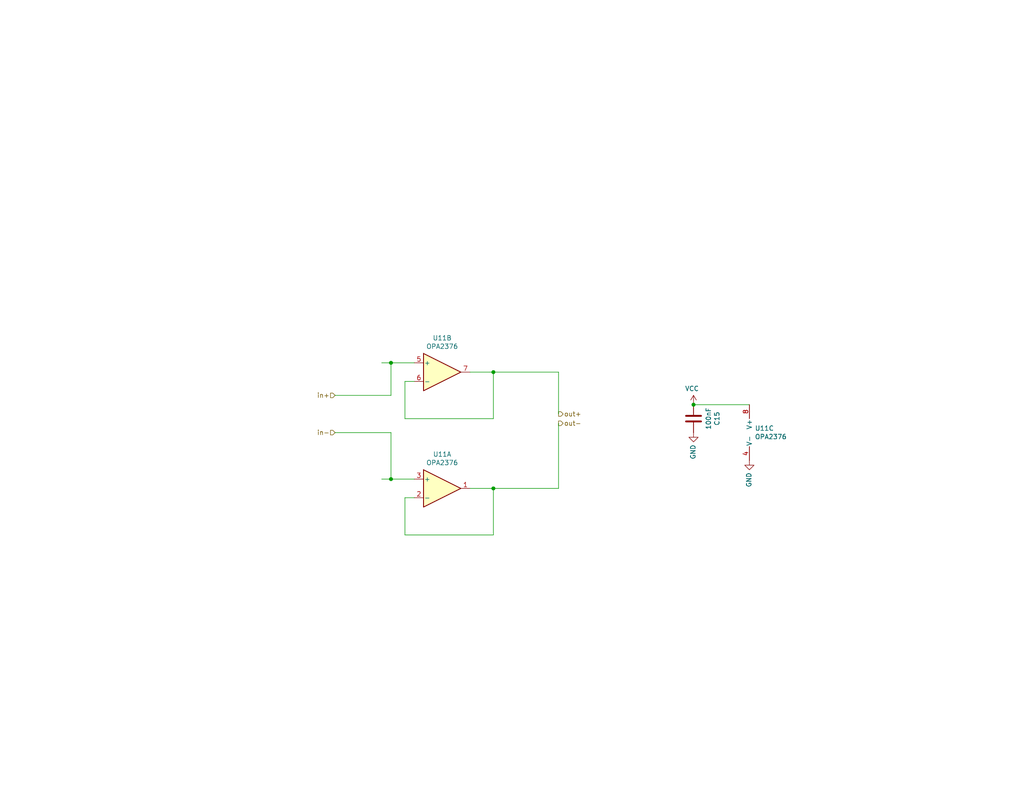
<source format=kicad_sch>
(kicad_sch (version 20230121) (generator eeschema)
  (paper "USLetter")
  (title_block (date "2023-08-21") (rev "9") (company "Boulder, CO 80305") (comment 1 "325 Broadway") (comment 2 "NIST") (comment 3 "Sae Woo Nam"))
  (lib_symbols
    (symbol "0JLC-7:100nF" (pin_numbers hide) (pin_names (offset 0.254))
      (property "Reference" "C8" (at -3.81 -1.2701 0))
      (property "Value" "100nF" (at -3.81 1.2699 0))
      (symbol "100nF_0_1"
        (polyline (pts (xy -2.032 -0.762) (xy 2.032 -0.762)) (stroke (width 0.508)))
        (polyline (pts (xy -2.032 0.762) (xy 2.032 0.762)) (stroke (width 0.508)))
      )
      (symbol "100nF_1_1"
        (pin passive line (at 0 3.81 270) (length 2.794) (name "~") (number "1"))
        (pin passive line (at 0 -3.81 90) (length 2.794) (name "~") (number "2"))
      )
    )
    (symbol "Amplifier_Operational:OPA2376xxDGK" (pin_names (offset 0.127))
      (property "Reference" "U" (at 0 5.08 0))
      (property "Value" "OPA2376xxDGK" (at 0 -5.08 0))
      (symbol "OPA2376xxDGK_1_1"
        (polyline (pts (xy -5.08 5.08) (xy 5.08 0) (xy -5.08 -5.08) (xy -5.08 5.08)) (stroke (width 0.254)) (fill (type background)))
        (pin output line (at 7.62 0 180) (length 2.54) (name "~") (number "1"))
        (pin input line (at -7.62 -2.54 0) (length 2.54) (name "-") (number "2"))
        (pin input line (at -7.62 2.54 0) (length 2.54) (name "+") (number "3"))
      )
      (symbol "OPA2376xxDGK_2_1"
        (polyline (pts (xy -5.08 5.08) (xy 5.08 0) (xy -5.08 -5.08) (xy -5.08 5.08)) (stroke (width 0.254)) (fill (type background)))
        (pin input line (at -7.62 2.54 0) (length 2.54) (name "+") (number "5"))
        (pin input line (at -7.62 -2.54 0) (length 2.54) (name "-") (number "6"))
        (pin output line (at 7.62 0 180) (length 2.54) (name "~") (number "7"))
      )
      (symbol "OPA2376xxDGK_3_1"
        (pin power_in line (at -2.54 -7.62 90) (length 3.81) (name "V-") (number "4"))
        (pin power_in line (at -2.54 7.62 270) (length 3.81) (name "V+") (number "8"))
      )
    )
    (symbol "power:GND" (power) (pin_names (offset 0))
      (property "Value" "GND" (at 0 -3.81 0))
      (symbol "GND_0_1"
        (polyline (pts (xy 0 0) (xy 0 -1.27) (xy 1.27 -1.27) (xy 0 -2.54) (xy -1.27 -1.27) (xy 0 -1.27)))
      )
      (symbol "GND_1_1"
        (pin power_in line (at 0 0 270) (length 0) hide (name "GND") (number "1"))
      )
    )
    (symbol "power:VCC" (power) (pin_names (offset 0))
      (property "Value" "VCC" (at 0 3.81 0))
      (symbol "VCC_0_1"
        (polyline (pts (xy -0.762 1.27) (xy 0 2.54)))
        (polyline (pts (xy 0 0) (xy 0 2.54)))
        (polyline (pts (xy 0 2.54) (xy 0.762 1.27)))
      )
      (symbol "VCC_1_1"
        (pin power_in line (at 0 0 90) (length 0) hide (name "VCC") (number "1"))
      )
    )
  )
  (junction (at 106.68 130.81))
  (junction (at 134.62 133.35))
  (junction (at 189.23 110.49))
  (junction (at 134.62 101.6))
  (junction (at 106.68 99.06))
  (wire (pts (xy 134.62 133.35) (xy 128.27 133.35)))
  (wire (pts (xy 134.62 101.6) (xy 152.4 101.6)))
  (wire (pts (xy 152.4 115.57) (xy 152.4 133.35)))
  (wire (pts (xy 134.62 101.6) (xy 134.62 114.3)))
  (wire (pts (xy 134.62 114.3) (xy 110.49 114.3)))
  (wire (pts (xy 106.68 99.06) (xy 104.14 99.06)))
  (wire (pts (xy 110.49 146.05) (xy 110.49 135.89)))
  (wire (pts (xy 113.03 130.81) (xy 106.68 130.81)))
  (wire (pts (xy 106.68 107.95) (xy 106.68 99.06)))
  (wire (pts (xy 134.62 146.05) (xy 110.49 146.05)))
  (wire (pts (xy 134.62 133.35) (xy 134.62 146.05)))
  (wire (pts (xy 204.47 110.49) (xy 189.23 110.49)))
  (wire (pts (xy 110.49 114.3) (xy 110.49 104.14)))
  (wire (pts (xy 106.68 130.81) (xy 106.68 118.11)))
  (wire (pts (xy 110.49 104.14) (xy 113.03 104.14)))
  (wire (pts (xy 152.4 133.35) (xy 134.62 133.35)))
  (wire (pts (xy 91.44 107.95) (xy 106.68 107.95)))
  (wire (pts (xy 128.27 101.6) (xy 134.62 101.6)))
  (wire (pts (xy 152.4 101.6) (xy 152.4 113.03)))
  (wire (pts (xy 106.68 130.81) (xy 104.14 130.81)))
  (wire (pts (xy 106.68 118.11) (xy 91.44 118.11)))
  (wire (pts (xy 110.49 135.89) (xy 113.03 135.89)))
  (wire (pts (xy 113.03 99.06) (xy 106.68 99.06)))
  (hierarchical_label "out+" (shape output) (at 152.4 113.03 0))
  (hierarchical_label "out-" (shape output) (at 152.4 115.57 0))
  (hierarchical_label "in+" (shape input) (at 91.44 107.95 180))
  (hierarchical_label "in-" (shape input) (at 91.44 118.11 180))
  (symbol (lib_id "0JLC-7:100nF") (at 189.23 114.3 0) (mirror y) (unit 1)
    (property "Reference" "C15" (at 195.6308 114.3 90))
    (property "Value" "100nF" (at 193.3194 114.3 90))
    (property "Footprint" "Capacitor_SMD:C_0603_1608Metric_Pad1.08x0.95mm_HandSolder" (effects hide))
    (property "LCSC" "C14663" (effects hide))
    (property "MPN" "CC0603KRX7R9BB104" (effects hide))
  )
  (symbol (lib_id "power:GND") (at 189.23 118.11 0) (mirror y) (unit 1)
    (property "Reference" "#PWR038" (effects hide))
    (property "Value" "GND" (at 189.103 121.3612 90) (effects (justify right)))
  )
  (symbol (lib_id "power:VCC") (at 189.23 110.49 0) (mirror y) (unit 1)
    (property "Reference" "#PWR037" (effects hide))
    (property "Value" "VCC" (at 188.7982 106.0958 0))
  )
  (symbol (lib_id "Amplifier_Operational:OPA2376xxDGK") (at 120.65 133.35 0) (unit 1)
    (property "Reference" "U11" (at 120.65 124.0282 0))
    (property "Value" "OPA2376" (at 120.65 126.3396 0))
    (property "Footprint" "Package_SO:SOIC-8_3.9x4.9mm_P1.27mm" (effects hide))
    (property "LCSC" "C46316" (effects hide))
    (property "MPN" "OPA2376" (effects hide))
    (property "Field5" "C46316 / OPA2376.  C1517414 / OPA2388IDR" (effects hide))
    (property "JLCPCB Rotation Offset" "-90" (effects hide))
  )
  (symbol (lib_id "Amplifier_Operational:OPA2376xxDGK") (at 120.65 101.6 0) (unit 2)
    (property "Reference" "U11" (at 120.65 92.2782 0))
    (property "Value" "OPA2376" (at 120.65 94.5896 0))
    (property "Footprint" "Package_SO:SOIC-8_3.9x4.9mm_P1.27mm" (effects hide))
    (property "LCSC" "C46316" (effects hide))
    (property "MPN" "OPA2376" (effects hide))
    (property "Field5" "C46316 / OPA2376.  C1517414 / OPA2388IDR" (effects hide))
    (property "JLCPCB Rotation Offset" "-90" (effects hide))
  )
  (symbol (lib_id "Amplifier_Operational:OPA2376xxDGK") (at 207.01 118.11 0) (unit 3)
    (property "Reference" "U11" (at 205.9432 116.9416 0) (effects (justify left)))
    (property "Value" "OPA2376" (at 205.9432 119.253 0) (effects (justify left)))
    (property "Footprint" "Package_SO:SOIC-8_3.9x4.9mm_P1.27mm" (effects hide))
    (property "LCSC" "C46316" (effects hide))
    (property "MPN" "OPA2376" (effects hide))
    (property "Field5" "C46316 / OPA2376.  C1517414 / OPA2388IDR" (effects hide))
    (property "JLCPCB Rotation Offset" "-90" (effects hide))
  )
  (symbol (lib_id "power:GND") (at 204.47 125.73 0) (mirror y) (unit 1)
    (property "Reference" "#PWR039" (effects hide))
    (property "Value" "GND" (at 204.343 128.9812 90) (effects (justify right)))
  )
)
</source>
